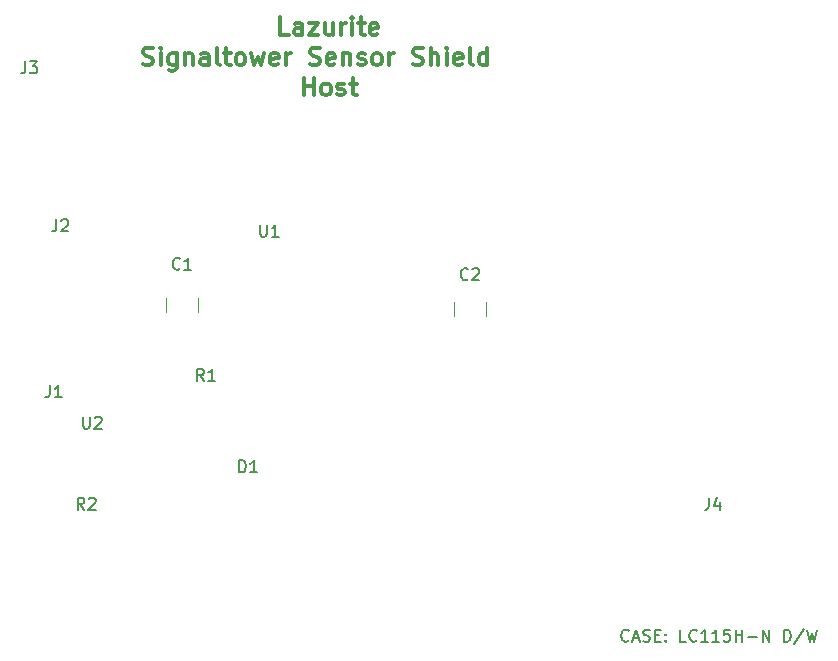
<source format=gbr>
G04 #@! TF.GenerationSoftware,KiCad,Pcbnew,(5.1.5)-3*
G04 #@! TF.CreationDate,2020-01-20T08:59:10+09:00*
G04 #@! TF.ProjectId,signaltower_host,7369676e-616c-4746-9f77-65725f686f73,rev?*
G04 #@! TF.SameCoordinates,Original*
G04 #@! TF.FileFunction,Legend,Top*
G04 #@! TF.FilePolarity,Positive*
%FSLAX46Y46*%
G04 Gerber Fmt 4.6, Leading zero omitted, Abs format (unit mm)*
G04 Created by KiCad (PCBNEW (5.1.5)-3) date 2020-01-20 08:59:10*
%MOMM*%
%LPD*%
G04 APERTURE LIST*
%ADD10C,0.300000*%
%ADD11C,0.150000*%
%ADD12C,0.120000*%
G04 APERTURE END LIST*
D10*
X115479142Y-56294571D02*
X114764857Y-56294571D01*
X114764857Y-54794571D01*
X116622000Y-56294571D02*
X116622000Y-55508857D01*
X116550571Y-55366000D01*
X116407714Y-55294571D01*
X116122000Y-55294571D01*
X115979142Y-55366000D01*
X116622000Y-56223142D02*
X116479142Y-56294571D01*
X116122000Y-56294571D01*
X115979142Y-56223142D01*
X115907714Y-56080285D01*
X115907714Y-55937428D01*
X115979142Y-55794571D01*
X116122000Y-55723142D01*
X116479142Y-55723142D01*
X116622000Y-55651714D01*
X117193428Y-55294571D02*
X117979142Y-55294571D01*
X117193428Y-56294571D01*
X117979142Y-56294571D01*
X119193428Y-55294571D02*
X119193428Y-56294571D01*
X118550571Y-55294571D02*
X118550571Y-56080285D01*
X118622000Y-56223142D01*
X118764857Y-56294571D01*
X118979142Y-56294571D01*
X119122000Y-56223142D01*
X119193428Y-56151714D01*
X119907714Y-56294571D02*
X119907714Y-55294571D01*
X119907714Y-55580285D02*
X119979142Y-55437428D01*
X120050571Y-55366000D01*
X120193428Y-55294571D01*
X120336285Y-55294571D01*
X120836285Y-56294571D02*
X120836285Y-55294571D01*
X120836285Y-54794571D02*
X120764857Y-54866000D01*
X120836285Y-54937428D01*
X120907714Y-54866000D01*
X120836285Y-54794571D01*
X120836285Y-54937428D01*
X121336285Y-55294571D02*
X121907714Y-55294571D01*
X121550571Y-54794571D02*
X121550571Y-56080285D01*
X121622000Y-56223142D01*
X121764857Y-56294571D01*
X121907714Y-56294571D01*
X122979142Y-56223142D02*
X122836285Y-56294571D01*
X122550571Y-56294571D01*
X122407714Y-56223142D01*
X122336285Y-56080285D01*
X122336285Y-55508857D01*
X122407714Y-55366000D01*
X122550571Y-55294571D01*
X122836285Y-55294571D01*
X122979142Y-55366000D01*
X123050571Y-55508857D01*
X123050571Y-55651714D01*
X122336285Y-55794571D01*
X103122000Y-58773142D02*
X103336285Y-58844571D01*
X103693428Y-58844571D01*
X103836285Y-58773142D01*
X103907714Y-58701714D01*
X103979142Y-58558857D01*
X103979142Y-58416000D01*
X103907714Y-58273142D01*
X103836285Y-58201714D01*
X103693428Y-58130285D01*
X103407714Y-58058857D01*
X103264857Y-57987428D01*
X103193428Y-57916000D01*
X103122000Y-57773142D01*
X103122000Y-57630285D01*
X103193428Y-57487428D01*
X103264857Y-57416000D01*
X103407714Y-57344571D01*
X103764857Y-57344571D01*
X103979142Y-57416000D01*
X104622000Y-58844571D02*
X104622000Y-57844571D01*
X104622000Y-57344571D02*
X104550571Y-57416000D01*
X104622000Y-57487428D01*
X104693428Y-57416000D01*
X104622000Y-57344571D01*
X104622000Y-57487428D01*
X105979142Y-57844571D02*
X105979142Y-59058857D01*
X105907714Y-59201714D01*
X105836285Y-59273142D01*
X105693428Y-59344571D01*
X105479142Y-59344571D01*
X105336285Y-59273142D01*
X105979142Y-58773142D02*
X105836285Y-58844571D01*
X105550571Y-58844571D01*
X105407714Y-58773142D01*
X105336285Y-58701714D01*
X105264857Y-58558857D01*
X105264857Y-58130285D01*
X105336285Y-57987428D01*
X105407714Y-57916000D01*
X105550571Y-57844571D01*
X105836285Y-57844571D01*
X105979142Y-57916000D01*
X106693428Y-57844571D02*
X106693428Y-58844571D01*
X106693428Y-57987428D02*
X106764857Y-57916000D01*
X106907714Y-57844571D01*
X107122000Y-57844571D01*
X107264857Y-57916000D01*
X107336285Y-58058857D01*
X107336285Y-58844571D01*
X108693428Y-58844571D02*
X108693428Y-58058857D01*
X108622000Y-57916000D01*
X108479142Y-57844571D01*
X108193428Y-57844571D01*
X108050571Y-57916000D01*
X108693428Y-58773142D02*
X108550571Y-58844571D01*
X108193428Y-58844571D01*
X108050571Y-58773142D01*
X107979142Y-58630285D01*
X107979142Y-58487428D01*
X108050571Y-58344571D01*
X108193428Y-58273142D01*
X108550571Y-58273142D01*
X108693428Y-58201714D01*
X109622000Y-58844571D02*
X109479142Y-58773142D01*
X109407714Y-58630285D01*
X109407714Y-57344571D01*
X109979142Y-57844571D02*
X110550571Y-57844571D01*
X110193428Y-57344571D02*
X110193428Y-58630285D01*
X110264857Y-58773142D01*
X110407714Y-58844571D01*
X110550571Y-58844571D01*
X111264857Y-58844571D02*
X111122000Y-58773142D01*
X111050571Y-58701714D01*
X110979142Y-58558857D01*
X110979142Y-58130285D01*
X111050571Y-57987428D01*
X111122000Y-57916000D01*
X111264857Y-57844571D01*
X111479142Y-57844571D01*
X111622000Y-57916000D01*
X111693428Y-57987428D01*
X111764857Y-58130285D01*
X111764857Y-58558857D01*
X111693428Y-58701714D01*
X111622000Y-58773142D01*
X111479142Y-58844571D01*
X111264857Y-58844571D01*
X112264857Y-57844571D02*
X112550571Y-58844571D01*
X112836285Y-58130285D01*
X113122000Y-58844571D01*
X113407714Y-57844571D01*
X114550571Y-58773142D02*
X114407714Y-58844571D01*
X114122000Y-58844571D01*
X113979142Y-58773142D01*
X113907714Y-58630285D01*
X113907714Y-58058857D01*
X113979142Y-57916000D01*
X114122000Y-57844571D01*
X114407714Y-57844571D01*
X114550571Y-57916000D01*
X114622000Y-58058857D01*
X114622000Y-58201714D01*
X113907714Y-58344571D01*
X115264857Y-58844571D02*
X115264857Y-57844571D01*
X115264857Y-58130285D02*
X115336285Y-57987428D01*
X115407714Y-57916000D01*
X115550571Y-57844571D01*
X115693428Y-57844571D01*
X117264857Y-58773142D02*
X117479142Y-58844571D01*
X117836285Y-58844571D01*
X117979142Y-58773142D01*
X118050571Y-58701714D01*
X118122000Y-58558857D01*
X118122000Y-58416000D01*
X118050571Y-58273142D01*
X117979142Y-58201714D01*
X117836285Y-58130285D01*
X117550571Y-58058857D01*
X117407714Y-57987428D01*
X117336285Y-57916000D01*
X117264857Y-57773142D01*
X117264857Y-57630285D01*
X117336285Y-57487428D01*
X117407714Y-57416000D01*
X117550571Y-57344571D01*
X117907714Y-57344571D01*
X118122000Y-57416000D01*
X119336285Y-58773142D02*
X119193428Y-58844571D01*
X118907714Y-58844571D01*
X118764857Y-58773142D01*
X118693428Y-58630285D01*
X118693428Y-58058857D01*
X118764857Y-57916000D01*
X118907714Y-57844571D01*
X119193428Y-57844571D01*
X119336285Y-57916000D01*
X119407714Y-58058857D01*
X119407714Y-58201714D01*
X118693428Y-58344571D01*
X120050571Y-57844571D02*
X120050571Y-58844571D01*
X120050571Y-57987428D02*
X120122000Y-57916000D01*
X120264857Y-57844571D01*
X120479142Y-57844571D01*
X120622000Y-57916000D01*
X120693428Y-58058857D01*
X120693428Y-58844571D01*
X121336285Y-58773142D02*
X121479142Y-58844571D01*
X121764857Y-58844571D01*
X121907714Y-58773142D01*
X121979142Y-58630285D01*
X121979142Y-58558857D01*
X121907714Y-58416000D01*
X121764857Y-58344571D01*
X121550571Y-58344571D01*
X121407714Y-58273142D01*
X121336285Y-58130285D01*
X121336285Y-58058857D01*
X121407714Y-57916000D01*
X121550571Y-57844571D01*
X121764857Y-57844571D01*
X121907714Y-57916000D01*
X122836285Y-58844571D02*
X122693428Y-58773142D01*
X122622000Y-58701714D01*
X122550571Y-58558857D01*
X122550571Y-58130285D01*
X122622000Y-57987428D01*
X122693428Y-57916000D01*
X122836285Y-57844571D01*
X123050571Y-57844571D01*
X123193428Y-57916000D01*
X123264857Y-57987428D01*
X123336285Y-58130285D01*
X123336285Y-58558857D01*
X123264857Y-58701714D01*
X123193428Y-58773142D01*
X123050571Y-58844571D01*
X122836285Y-58844571D01*
X123979142Y-58844571D02*
X123979142Y-57844571D01*
X123979142Y-58130285D02*
X124050571Y-57987428D01*
X124122000Y-57916000D01*
X124264857Y-57844571D01*
X124407714Y-57844571D01*
X125979142Y-58773142D02*
X126193428Y-58844571D01*
X126550571Y-58844571D01*
X126693428Y-58773142D01*
X126764857Y-58701714D01*
X126836285Y-58558857D01*
X126836285Y-58416000D01*
X126764857Y-58273142D01*
X126693428Y-58201714D01*
X126550571Y-58130285D01*
X126264857Y-58058857D01*
X126122000Y-57987428D01*
X126050571Y-57916000D01*
X125979142Y-57773142D01*
X125979142Y-57630285D01*
X126050571Y-57487428D01*
X126122000Y-57416000D01*
X126264857Y-57344571D01*
X126622000Y-57344571D01*
X126836285Y-57416000D01*
X127479142Y-58844571D02*
X127479142Y-57344571D01*
X128122000Y-58844571D02*
X128122000Y-58058857D01*
X128050571Y-57916000D01*
X127907714Y-57844571D01*
X127693428Y-57844571D01*
X127550571Y-57916000D01*
X127479142Y-57987428D01*
X128836285Y-58844571D02*
X128836285Y-57844571D01*
X128836285Y-57344571D02*
X128764857Y-57416000D01*
X128836285Y-57487428D01*
X128907714Y-57416000D01*
X128836285Y-57344571D01*
X128836285Y-57487428D01*
X130122000Y-58773142D02*
X129979142Y-58844571D01*
X129693428Y-58844571D01*
X129550571Y-58773142D01*
X129479142Y-58630285D01*
X129479142Y-58058857D01*
X129550571Y-57916000D01*
X129693428Y-57844571D01*
X129979142Y-57844571D01*
X130122000Y-57916000D01*
X130193428Y-58058857D01*
X130193428Y-58201714D01*
X129479142Y-58344571D01*
X131050571Y-58844571D02*
X130907714Y-58773142D01*
X130836285Y-58630285D01*
X130836285Y-57344571D01*
X132264857Y-58844571D02*
X132264857Y-57344571D01*
X132264857Y-58773142D02*
X132122000Y-58844571D01*
X131836285Y-58844571D01*
X131693428Y-58773142D01*
X131622000Y-58701714D01*
X131550571Y-58558857D01*
X131550571Y-58130285D01*
X131622000Y-57987428D01*
X131693428Y-57916000D01*
X131836285Y-57844571D01*
X132122000Y-57844571D01*
X132264857Y-57916000D01*
X116729142Y-61394571D02*
X116729142Y-59894571D01*
X116729142Y-60608857D02*
X117586285Y-60608857D01*
X117586285Y-61394571D02*
X117586285Y-59894571D01*
X118514857Y-61394571D02*
X118372000Y-61323142D01*
X118300571Y-61251714D01*
X118229142Y-61108857D01*
X118229142Y-60680285D01*
X118300571Y-60537428D01*
X118372000Y-60466000D01*
X118514857Y-60394571D01*
X118729142Y-60394571D01*
X118872000Y-60466000D01*
X118943428Y-60537428D01*
X119014857Y-60680285D01*
X119014857Y-61108857D01*
X118943428Y-61251714D01*
X118872000Y-61323142D01*
X118729142Y-61394571D01*
X118514857Y-61394571D01*
X119586285Y-61323142D02*
X119729142Y-61394571D01*
X120014857Y-61394571D01*
X120157714Y-61323142D01*
X120229142Y-61180285D01*
X120229142Y-61108857D01*
X120157714Y-60966000D01*
X120014857Y-60894571D01*
X119800571Y-60894571D01*
X119657714Y-60823142D01*
X119586285Y-60680285D01*
X119586285Y-60608857D01*
X119657714Y-60466000D01*
X119800571Y-60394571D01*
X120014857Y-60394571D01*
X120157714Y-60466000D01*
X120657714Y-60394571D02*
X121229142Y-60394571D01*
X120872000Y-59894571D02*
X120872000Y-61180285D01*
X120943428Y-61323142D01*
X121086285Y-61394571D01*
X121229142Y-61394571D01*
D11*
X144249142Y-107545142D02*
X144201523Y-107592761D01*
X144058666Y-107640380D01*
X143963428Y-107640380D01*
X143820571Y-107592761D01*
X143725333Y-107497523D01*
X143677714Y-107402285D01*
X143630095Y-107211809D01*
X143630095Y-107068952D01*
X143677714Y-106878476D01*
X143725333Y-106783238D01*
X143820571Y-106688000D01*
X143963428Y-106640380D01*
X144058666Y-106640380D01*
X144201523Y-106688000D01*
X144249142Y-106735619D01*
X144630095Y-107354666D02*
X145106285Y-107354666D01*
X144534857Y-107640380D02*
X144868190Y-106640380D01*
X145201523Y-107640380D01*
X145487238Y-107592761D02*
X145630095Y-107640380D01*
X145868190Y-107640380D01*
X145963428Y-107592761D01*
X146011047Y-107545142D01*
X146058666Y-107449904D01*
X146058666Y-107354666D01*
X146011047Y-107259428D01*
X145963428Y-107211809D01*
X145868190Y-107164190D01*
X145677714Y-107116571D01*
X145582476Y-107068952D01*
X145534857Y-107021333D01*
X145487238Y-106926095D01*
X145487238Y-106830857D01*
X145534857Y-106735619D01*
X145582476Y-106688000D01*
X145677714Y-106640380D01*
X145915809Y-106640380D01*
X146058666Y-106688000D01*
X146487238Y-107116571D02*
X146820571Y-107116571D01*
X146963428Y-107640380D02*
X146487238Y-107640380D01*
X146487238Y-106640380D01*
X146963428Y-106640380D01*
X147392000Y-107545142D02*
X147439619Y-107592761D01*
X147392000Y-107640380D01*
X147344380Y-107592761D01*
X147392000Y-107545142D01*
X147392000Y-107640380D01*
X147392000Y-107021333D02*
X147439619Y-107068952D01*
X147392000Y-107116571D01*
X147344380Y-107068952D01*
X147392000Y-107021333D01*
X147392000Y-107116571D01*
X149106285Y-107640380D02*
X148630095Y-107640380D01*
X148630095Y-106640380D01*
X150011047Y-107545142D02*
X149963428Y-107592761D01*
X149820571Y-107640380D01*
X149725333Y-107640380D01*
X149582476Y-107592761D01*
X149487238Y-107497523D01*
X149439619Y-107402285D01*
X149392000Y-107211809D01*
X149392000Y-107068952D01*
X149439619Y-106878476D01*
X149487238Y-106783238D01*
X149582476Y-106688000D01*
X149725333Y-106640380D01*
X149820571Y-106640380D01*
X149963428Y-106688000D01*
X150011047Y-106735619D01*
X150963428Y-107640380D02*
X150392000Y-107640380D01*
X150677714Y-107640380D02*
X150677714Y-106640380D01*
X150582476Y-106783238D01*
X150487238Y-106878476D01*
X150392000Y-106926095D01*
X151915809Y-107640380D02*
X151344380Y-107640380D01*
X151630095Y-107640380D02*
X151630095Y-106640380D01*
X151534857Y-106783238D01*
X151439619Y-106878476D01*
X151344380Y-106926095D01*
X152820571Y-106640380D02*
X152344380Y-106640380D01*
X152296761Y-107116571D01*
X152344380Y-107068952D01*
X152439619Y-107021333D01*
X152677714Y-107021333D01*
X152772952Y-107068952D01*
X152820571Y-107116571D01*
X152868190Y-107211809D01*
X152868190Y-107449904D01*
X152820571Y-107545142D01*
X152772952Y-107592761D01*
X152677714Y-107640380D01*
X152439619Y-107640380D01*
X152344380Y-107592761D01*
X152296761Y-107545142D01*
X153296761Y-107640380D02*
X153296761Y-106640380D01*
X153296761Y-107116571D02*
X153868190Y-107116571D01*
X153868190Y-107640380D02*
X153868190Y-106640380D01*
X154344380Y-107259428D02*
X155106285Y-107259428D01*
X155582476Y-107640380D02*
X155582476Y-106640380D01*
X156153904Y-107640380D01*
X156153904Y-106640380D01*
X157392000Y-107640380D02*
X157392000Y-106640380D01*
X157630095Y-106640380D01*
X157772952Y-106688000D01*
X157868190Y-106783238D01*
X157915809Y-106878476D01*
X157963428Y-107068952D01*
X157963428Y-107211809D01*
X157915809Y-107402285D01*
X157868190Y-107497523D01*
X157772952Y-107592761D01*
X157630095Y-107640380D01*
X157392000Y-107640380D01*
X159106285Y-106592761D02*
X158249142Y-107878476D01*
X159344380Y-106640380D02*
X159582476Y-107640380D01*
X159772952Y-106926095D01*
X159963428Y-107640380D01*
X160201523Y-106640380D01*
D12*
X132170000Y-80104064D02*
X132170000Y-78899936D01*
X129450000Y-80104064D02*
X129450000Y-78899936D01*
X107786000Y-79726064D02*
X107786000Y-78521936D01*
X105066000Y-79726064D02*
X105066000Y-78521936D01*
D11*
X113030095Y-72350380D02*
X113030095Y-73159904D01*
X113077714Y-73255142D01*
X113125333Y-73302761D01*
X113220571Y-73350380D01*
X113411047Y-73350380D01*
X113506285Y-73302761D01*
X113553904Y-73255142D01*
X113601523Y-73159904D01*
X113601523Y-72350380D01*
X114601523Y-73350380D02*
X114030095Y-73350380D01*
X114315809Y-73350380D02*
X114315809Y-72350380D01*
X114220571Y-72493238D01*
X114125333Y-72588476D01*
X114030095Y-72636095D01*
X95791666Y-71902380D02*
X95791666Y-72616666D01*
X95744047Y-72759523D01*
X95648809Y-72854761D01*
X95505952Y-72902380D01*
X95410714Y-72902380D01*
X96220238Y-71997619D02*
X96267857Y-71950000D01*
X96363095Y-71902380D01*
X96601190Y-71902380D01*
X96696428Y-71950000D01*
X96744047Y-71997619D01*
X96791666Y-72092857D01*
X96791666Y-72188095D01*
X96744047Y-72330952D01*
X96172619Y-72902380D01*
X96791666Y-72902380D01*
X98044095Y-88606380D02*
X98044095Y-89415904D01*
X98091714Y-89511142D01*
X98139333Y-89558761D01*
X98234571Y-89606380D01*
X98425047Y-89606380D01*
X98520285Y-89558761D01*
X98567904Y-89511142D01*
X98615523Y-89415904D01*
X98615523Y-88606380D01*
X99044095Y-88701619D02*
X99091714Y-88654000D01*
X99186952Y-88606380D01*
X99425047Y-88606380D01*
X99520285Y-88654000D01*
X99567904Y-88701619D01*
X99615523Y-88796857D01*
X99615523Y-88892095D01*
X99567904Y-89034952D01*
X98996476Y-89606380D01*
X99615523Y-89606380D01*
X95241666Y-85952380D02*
X95241666Y-86666666D01*
X95194047Y-86809523D01*
X95098809Y-86904761D01*
X94955952Y-86952380D01*
X94860714Y-86952380D01*
X96241666Y-86952380D02*
X95670238Y-86952380D01*
X95955952Y-86952380D02*
X95955952Y-85952380D01*
X95860714Y-86095238D01*
X95765476Y-86190476D01*
X95670238Y-86238095D01*
X111259904Y-93302380D02*
X111259904Y-92302380D01*
X111498000Y-92302380D01*
X111640857Y-92350000D01*
X111736095Y-92445238D01*
X111783714Y-92540476D01*
X111831333Y-92730952D01*
X111831333Y-92873809D01*
X111783714Y-93064285D01*
X111736095Y-93159523D01*
X111640857Y-93254761D01*
X111498000Y-93302380D01*
X111259904Y-93302380D01*
X112783714Y-93302380D02*
X112212285Y-93302380D01*
X112498000Y-93302380D02*
X112498000Y-92302380D01*
X112402761Y-92445238D01*
X112307523Y-92540476D01*
X112212285Y-92588095D01*
X108291333Y-85565380D02*
X107958000Y-85089190D01*
X107719904Y-85565380D02*
X107719904Y-84565380D01*
X108100857Y-84565380D01*
X108196095Y-84613000D01*
X108243714Y-84660619D01*
X108291333Y-84755857D01*
X108291333Y-84898714D01*
X108243714Y-84993952D01*
X108196095Y-85041571D01*
X108100857Y-85089190D01*
X107719904Y-85089190D01*
X109243714Y-85565380D02*
X108672285Y-85565380D01*
X108958000Y-85565380D02*
X108958000Y-84565380D01*
X108862761Y-84708238D01*
X108767523Y-84803476D01*
X108672285Y-84851095D01*
X98154333Y-96464380D02*
X97821000Y-95988190D01*
X97582904Y-96464380D02*
X97582904Y-95464380D01*
X97963857Y-95464380D01*
X98059095Y-95512000D01*
X98106714Y-95559619D01*
X98154333Y-95654857D01*
X98154333Y-95797714D01*
X98106714Y-95892952D01*
X98059095Y-95940571D01*
X97963857Y-95988190D01*
X97582904Y-95988190D01*
X98535285Y-95559619D02*
X98582904Y-95512000D01*
X98678142Y-95464380D01*
X98916238Y-95464380D01*
X99011476Y-95512000D01*
X99059095Y-95559619D01*
X99106714Y-95654857D01*
X99106714Y-95750095D01*
X99059095Y-95892952D01*
X98487666Y-96464380D01*
X99106714Y-96464380D01*
X151050666Y-95464380D02*
X151050666Y-96178666D01*
X151003047Y-96321523D01*
X150907809Y-96416761D01*
X150764952Y-96464380D01*
X150669714Y-96464380D01*
X151955428Y-95797714D02*
X151955428Y-96464380D01*
X151717333Y-95416761D02*
X151479238Y-96131047D01*
X152098285Y-96131047D01*
X93166666Y-58527380D02*
X93166666Y-59241666D01*
X93119047Y-59384523D01*
X93023809Y-59479761D01*
X92880952Y-59527380D01*
X92785714Y-59527380D01*
X93547619Y-58527380D02*
X94166666Y-58527380D01*
X93833333Y-58908333D01*
X93976190Y-58908333D01*
X94071428Y-58955952D01*
X94119047Y-59003571D01*
X94166666Y-59098809D01*
X94166666Y-59336904D01*
X94119047Y-59432142D01*
X94071428Y-59479761D01*
X93976190Y-59527380D01*
X93690476Y-59527380D01*
X93595238Y-59479761D01*
X93547619Y-59432142D01*
X130643333Y-76941142D02*
X130595714Y-76988761D01*
X130452857Y-77036380D01*
X130357619Y-77036380D01*
X130214761Y-76988761D01*
X130119523Y-76893523D01*
X130071904Y-76798285D01*
X130024285Y-76607809D01*
X130024285Y-76464952D01*
X130071904Y-76274476D01*
X130119523Y-76179238D01*
X130214761Y-76084000D01*
X130357619Y-76036380D01*
X130452857Y-76036380D01*
X130595714Y-76084000D01*
X130643333Y-76131619D01*
X131024285Y-76131619D02*
X131071904Y-76084000D01*
X131167142Y-76036380D01*
X131405238Y-76036380D01*
X131500476Y-76084000D01*
X131548095Y-76131619D01*
X131595714Y-76226857D01*
X131595714Y-76322095D01*
X131548095Y-76464952D01*
X130976666Y-77036380D01*
X131595714Y-77036380D01*
X106259333Y-76055142D02*
X106211714Y-76102761D01*
X106068857Y-76150380D01*
X105973619Y-76150380D01*
X105830761Y-76102761D01*
X105735523Y-76007523D01*
X105687904Y-75912285D01*
X105640285Y-75721809D01*
X105640285Y-75578952D01*
X105687904Y-75388476D01*
X105735523Y-75293238D01*
X105830761Y-75198000D01*
X105973619Y-75150380D01*
X106068857Y-75150380D01*
X106211714Y-75198000D01*
X106259333Y-75245619D01*
X107211714Y-76150380D02*
X106640285Y-76150380D01*
X106926000Y-76150380D02*
X106926000Y-75150380D01*
X106830761Y-75293238D01*
X106735523Y-75388476D01*
X106640285Y-75436095D01*
M02*

</source>
